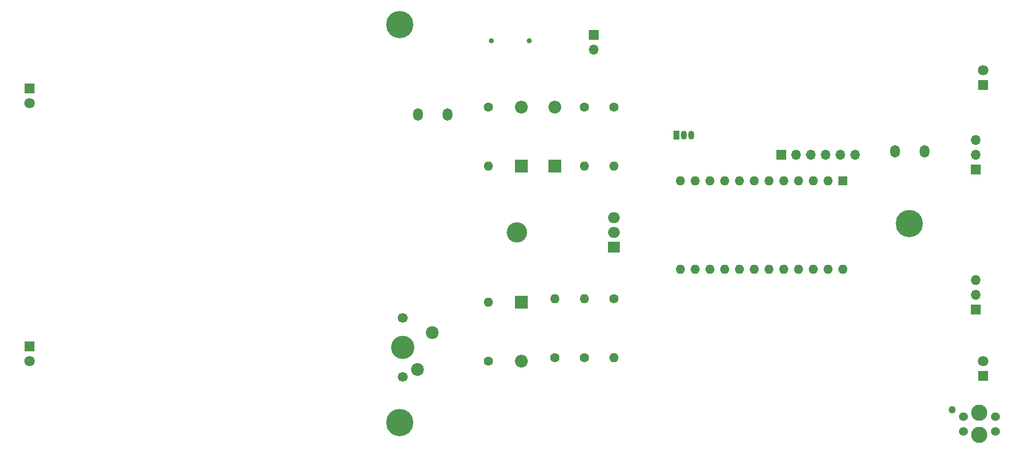
<source format=gbr>
%TF.GenerationSoftware,KiCad,Pcbnew,7.0.5-4d25ed1034~172~ubuntu22.04.1*%
%TF.CreationDate,2023-05-31T11:12:09-04:00*%
%TF.ProjectId,car_control,6361725f-636f-46e7-9472-6f6c2e6b6963,rev?*%
%TF.SameCoordinates,Original*%
%TF.FileFunction,Soldermask,Top*%
%TF.FilePolarity,Negative*%
%FSLAX46Y46*%
G04 Gerber Fmt 4.6, Leading zero omitted, Abs format (unit mm)*
G04 Created by KiCad (PCBNEW 7.0.5-4d25ed1034~172~ubuntu22.04.1) date 2023-05-31 11:12:09*
%MOMM*%
%LPD*%
G01*
G04 APERTURE LIST*
%ADD10O,1.651000X2.159000*%
%ADD11R,1.800000X1.800000*%
%ADD12C,1.800000*%
%ADD13R,1.700000X1.700000*%
%ADD14O,1.700000X1.700000*%
%ADD15C,1.600000*%
%ADD16O,1.600000X1.600000*%
%ADD17R,2.200000X2.200000*%
%ADD18O,2.200000X2.200000*%
%ADD19C,4.700000*%
%ADD20R,1.600000X1.600000*%
%ADD21R,1.050000X1.500000*%
%ADD22O,1.050000X1.500000*%
%ADD23C,0.900000*%
%ADD24O,3.500000X3.500000*%
%ADD25R,2.000000X1.905000*%
%ADD26O,2.000000X1.905000*%
%ADD27C,1.524000*%
%ADD28C,2.794000*%
%ADD29C,1.270000*%
%ADD30C,1.700000*%
%ADD31C,4.000000*%
%ADD32C,2.200000*%
G04 APERTURE END LIST*
D10*
%TO.C,J4*%
X236474000Y-75565000D03*
X231394000Y-75565000D03*
%TD*%
D11*
%TO.C,D4*%
X246508000Y-114300000D03*
D12*
X246508000Y-111760000D03*
%TD*%
D13*
%TO.C,J2*%
X245238000Y-102870000D03*
D14*
X245238000Y-100330000D03*
X245238000Y-97790000D03*
%TD*%
D11*
%TO.C,D7*%
X82550000Y-109220000D03*
D12*
X82550000Y-111760000D03*
%TD*%
D15*
%TO.C,R7*%
X177928000Y-67945000D03*
D16*
X177928000Y-78105000D03*
%TD*%
D17*
%TO.C,D2*%
X167133000Y-78105000D03*
D18*
X167133000Y-67945000D03*
%TD*%
D13*
%TO.C,J3*%
X245238000Y-78740000D03*
D14*
X245238000Y-76200000D03*
X245238000Y-73660000D03*
%TD*%
D17*
%TO.C,D1*%
X167133000Y-101600000D03*
D18*
X167133000Y-111760000D03*
%TD*%
D19*
%TO.C,H2*%
X233808000Y-88009000D03*
%TD*%
D15*
%TO.C,R4*%
X183008000Y-67945000D03*
D16*
X183008000Y-78105000D03*
%TD*%
D15*
%TO.C,R2*%
X177928000Y-111125000D03*
D16*
X177928000Y-100965000D03*
%TD*%
D15*
%TO.C,R1*%
X172848000Y-111125000D03*
D16*
X172848000Y-100965000D03*
%TD*%
D20*
%TO.C,A1*%
X222383000Y-80640000D03*
D16*
X219843000Y-80640000D03*
X217303000Y-80640000D03*
X214763000Y-80640000D03*
X212223000Y-80640000D03*
X209683000Y-80640000D03*
X207143000Y-80640000D03*
X204603000Y-80640000D03*
X202063000Y-80640000D03*
X199523000Y-80640000D03*
X196983000Y-80640000D03*
X194443000Y-80640000D03*
X194443000Y-95880000D03*
X196983000Y-95880000D03*
X199523000Y-95880000D03*
X202063000Y-95880000D03*
X204603000Y-95880000D03*
X207143000Y-95880000D03*
X209683000Y-95880000D03*
X212223000Y-95880000D03*
X214763000Y-95880000D03*
X217303000Y-95880000D03*
X219843000Y-95880000D03*
X222383000Y-95880000D03*
%TD*%
D19*
%TO.C,H1*%
X146178000Y-53719000D03*
%TD*%
D21*
%TO.C,Q2*%
X193803000Y-72750000D03*
D22*
X195073000Y-72750000D03*
X196343000Y-72750000D03*
%TD*%
D10*
%TO.C,J1*%
X154433000Y-69215000D03*
X149353000Y-69215000D03*
%TD*%
D19*
%TO.C,H3*%
X146178000Y-122299000D03*
%TD*%
D23*
%TO.C,LS1*%
X161978000Y-56515000D03*
X168478000Y-56515000D03*
%TD*%
D11*
%TO.C,D6*%
X82550000Y-64770000D03*
D12*
X82550000Y-67310000D03*
%TD*%
D15*
%TO.C,R6*%
X161418000Y-111760000D03*
D16*
X161418000Y-101600000D03*
%TD*%
D15*
%TO.C,R3*%
X183008000Y-100965000D03*
D16*
X183008000Y-111125000D03*
%TD*%
D24*
%TO.C,Q1*%
X166348000Y-89535000D03*
D25*
X183008000Y-92075000D03*
D26*
X183008000Y-89535000D03*
X183008000Y-86995000D03*
%TD*%
D11*
%TO.C,D5*%
X246508000Y-64135000D03*
D12*
X246508000Y-61595000D03*
%TD*%
D13*
%TO.C,J5*%
X211836000Y-76200000D03*
D14*
X214376000Y-76200000D03*
X216916000Y-76200000D03*
X219456000Y-76200000D03*
X221996000Y-76200000D03*
X224536000Y-76200000D03*
%TD*%
D17*
%TO.C,D3*%
X172848000Y-78105000D03*
D18*
X172848000Y-67945000D03*
%TD*%
D15*
%TO.C,R5*%
X161418000Y-67945000D03*
D16*
X161418000Y-78105000D03*
%TD*%
D13*
%TO.C,SW1*%
X179578000Y-55494000D03*
D14*
X179578000Y-58034000D03*
%TD*%
D27*
%TO.C,U1*%
X248616200Y-123825000D03*
X248616200Y-121285000D03*
X243129800Y-123825000D03*
X243129800Y-121285000D03*
D28*
X245873000Y-124460000D03*
X245873000Y-120650000D03*
D29*
X241224800Y-120116600D03*
%TD*%
D30*
%TO.C,SW2*%
X146685000Y-114427000D03*
D31*
X146685000Y-109347000D03*
D30*
X146685000Y-104267000D03*
D32*
X151765000Y-106807000D03*
X149225000Y-113157000D03*
%TD*%
M02*

</source>
